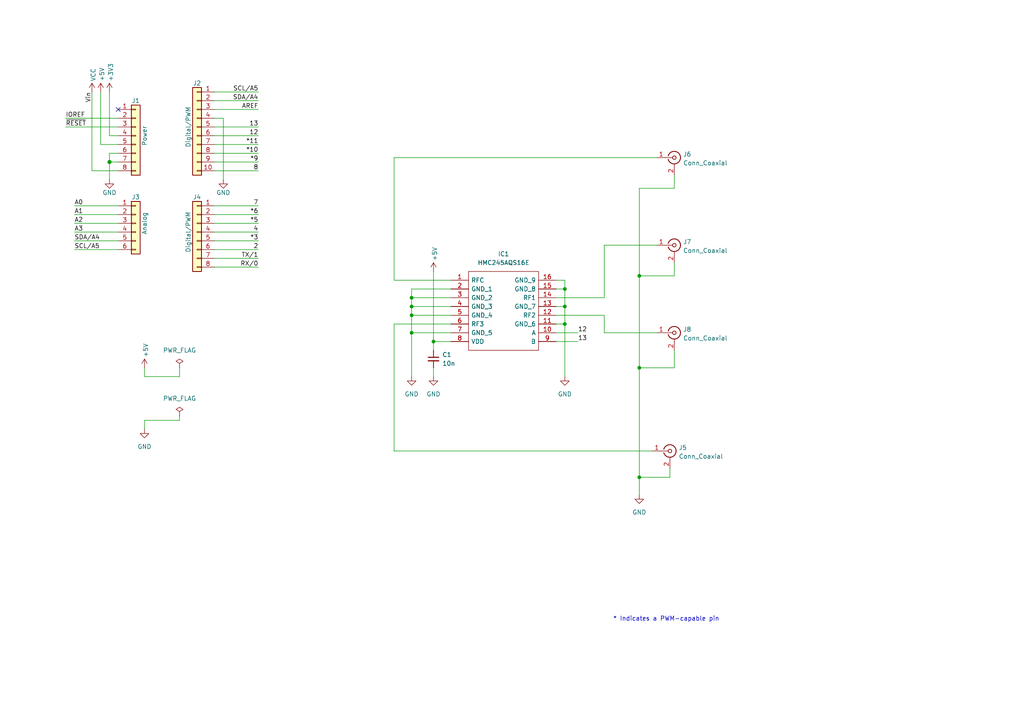
<source format=kicad_sch>
(kicad_sch (version 20211123) (generator eeschema)
  (paper "A4")
  (title_block (date "mar. 31 mars 2015"))
  (lib_symbols
    (symbol "Connector:Conn_Coaxial" (pin_names (offset 1.016) hide)
      (property "Reference" "J" (at 0.254 3.048 0))
      (property "Value" "Conn_Coaxial" (at 2.921 0 90))
      (symbol "Conn_Coaxial_0_1"
        (arc (start -1.778 -0.508) (mid 0.2311 -1.8066) (end 1.778 0) (stroke (width 0.254)))
        (polyline (pts (xy -2.54 0) (xy -0.508 0)))
        (polyline (pts (xy 0 -2.54) (xy 0 -1.778)))
        (circle (center 0 0) (radius 0.508) (stroke (width 0.2032)))
        (arc (start 1.778 0) (mid 0.2099 1.8101) (end -1.778 0.508) (stroke (width 0.254)))
      )
      (symbol "Conn_Coaxial_1_1"
        (pin passive line (at -5.08 0 0) (length 2.54) (name "In") (number "1"))
        (pin passive line (at 0 -5.08 90) (length 2.54) (name "Ext") (number "2"))
      )
    )
    (symbol "Connector_Generic:Conn_01x06" (pin_names (offset 1.016) hide)
      (property "Reference" "J" (at 0 7.62 0))
      (property "Value" "Conn_01x06" (at 0 -10.16 0))
      (symbol "Conn_01x06_1_1"
        (rectangle (start -1.27 -7.493) (end 0 -7.747) (stroke (width 0.1524)))
        (rectangle (start -1.27 -4.953) (end 0 -5.207) (stroke (width 0.1524)))
        (rectangle (start -1.27 -2.413) (end 0 -2.667) (stroke (width 0.1524)))
        (rectangle (start -1.27 0.127) (end 0 -0.127) (stroke (width 0.1524)))
        (rectangle (start -1.27 2.667) (end 0 2.413) (stroke (width 0.1524)))
        (rectangle (start -1.27 5.207) (end 0 4.953) (stroke (width 0.1524)))
        (rectangle (start -1.27 6.35) (end 1.27 -8.89) (stroke (width 0.254)) (fill (type background)))
        (pin passive line (at -5.08 5.08 0) (length 3.81) (name "Pin_1") (number "1"))
        (pin passive line (at -5.08 2.54 0) (length 3.81) (name "Pin_2") (number "2"))
        (pin passive line (at -5.08 0 0) (length 3.81) (name "Pin_3") (number "3"))
        (pin passive line (at -5.08 -2.54 0) (length 3.81) (name "Pin_4") (number "4"))
        (pin passive line (at -5.08 -5.08 0) (length 3.81) (name "Pin_5") (number "5"))
        (pin passive line (at -5.08 -7.62 0) (length 3.81) (name "Pin_6") (number "6"))
      )
    )
    (symbol "Connector_Generic:Conn_01x08" (pin_names (offset 1.016) hide)
      (property "Reference" "J" (at 0 10.16 0))
      (property "Value" "Conn_01x08" (at 0 -12.7 0))
      (symbol "Conn_01x08_1_1"
        (rectangle (start -1.27 -10.033) (end 0 -10.287) (stroke (width 0.1524)))
        (rectangle (start -1.27 -7.493) (end 0 -7.747) (stroke (width 0.1524)))
        (rectangle (start -1.27 -4.953) (end 0 -5.207) (stroke (width 0.1524)))
        (rectangle (start -1.27 -2.413) (end 0 -2.667) (stroke (width 0.1524)))
        (rectangle (start -1.27 0.127) (end 0 -0.127) (stroke (width 0.1524)))
        (rectangle (start -1.27 2.667) (end 0 2.413) (stroke (width 0.1524)))
        (rectangle (start -1.27 5.207) (end 0 4.953) (stroke (width 0.1524)))
        (rectangle (start -1.27 7.747) (end 0 7.493) (stroke (width 0.1524)))
        (rectangle (start -1.27 8.89) (end 1.27 -11.43) (stroke (width 0.254)) (fill (type background)))
        (pin passive line (at -5.08 7.62 0) (length 3.81) (name "Pin_1") (number "1"))
        (pin passive line (at -5.08 5.08 0) (length 3.81) (name "Pin_2") (number "2"))
        (pin passive line (at -5.08 2.54 0) (length 3.81) (name "Pin_3") (number "3"))
        (pin passive line (at -5.08 0 0) (length 3.81) (name "Pin_4") (number "4"))
        (pin passive line (at -5.08 -2.54 0) (length 3.81) (name "Pin_5") (number "5"))
        (pin passive line (at -5.08 -5.08 0) (length 3.81) (name "Pin_6") (number "6"))
        (pin passive line (at -5.08 -7.62 0) (length 3.81) (name "Pin_7") (number "7"))
        (pin passive line (at -5.08 -10.16 0) (length 3.81) (name "Pin_8") (number "8"))
      )
    )
    (symbol "Connector_Generic:Conn_01x10" (pin_names (offset 1.016) hide)
      (property "Reference" "J" (at 0 12.7 0))
      (property "Value" "Conn_01x10" (at 0 -15.24 0))
      (symbol "Conn_01x10_1_1"
        (rectangle (start -1.27 -12.573) (end 0 -12.827) (stroke (width 0.1524)))
        (rectangle (start -1.27 -10.033) (end 0 -10.287) (stroke (width 0.1524)))
        (rectangle (start -1.27 -7.493) (end 0 -7.747) (stroke (width 0.1524)))
        (rectangle (start -1.27 -4.953) (end 0 -5.207) (stroke (width 0.1524)))
        (rectangle (start -1.27 -2.413) (end 0 -2.667) (stroke (width 0.1524)))
        (rectangle (start -1.27 0.127) (end 0 -0.127) (stroke (width 0.1524)))
        (rectangle (start -1.27 2.667) (end 0 2.413) (stroke (width 0.1524)))
        (rectangle (start -1.27 5.207) (end 0 4.953) (stroke (width 0.1524)))
        (rectangle (start -1.27 7.747) (end 0 7.493) (stroke (width 0.1524)))
        (rectangle (start -1.27 10.287) (end 0 10.033) (stroke (width 0.1524)))
        (rectangle (start -1.27 11.43) (end 1.27 -13.97) (stroke (width 0.254)) (fill (type background)))
        (pin passive line (at -5.08 10.16 0) (length 3.81) (name "Pin_1") (number "1"))
        (pin passive line (at -5.08 -12.7 0) (length 3.81) (name "Pin_10") (number "10"))
        (pin passive line (at -5.08 7.62 0) (length 3.81) (name "Pin_2") (number "2"))
        (pin passive line (at -5.08 5.08 0) (length 3.81) (name "Pin_3") (number "3"))
        (pin passive line (at -5.08 2.54 0) (length 3.81) (name "Pin_4") (number "4"))
        (pin passive line (at -5.08 0 0) (length 3.81) (name "Pin_5") (number "5"))
        (pin passive line (at -5.08 -2.54 0) (length 3.81) (name "Pin_6") (number "6"))
        (pin passive line (at -5.08 -5.08 0) (length 3.81) (name "Pin_7") (number "7"))
        (pin passive line (at -5.08 -7.62 0) (length 3.81) (name "Pin_8") (number "8"))
        (pin passive line (at -5.08 -10.16 0) (length 3.81) (name "Pin_9") (number "9"))
      )
    )
    (symbol "Device:C_Small" (pin_numbers hide) (pin_names (offset 0.254) hide)
      (property "Reference" "C" (at 0.254 1.778 0))
      (property "Value" "C_Small" (at 0.254 -2.032 0))
      (symbol "C_Small_0_1"
        (polyline (pts (xy -1.524 -0.508) (xy 1.524 -0.508)) (stroke (width 0.3302)))
        (polyline (pts (xy -1.524 0.508) (xy 1.524 0.508)) (stroke (width 0.3048)))
      )
      (symbol "C_Small_1_1"
        (pin passive line (at 0 2.54 270) (length 2.032) (name "~") (number "1"))
        (pin passive line (at 0 -2.54 90) (length 2.032) (name "~") (number "2"))
      )
    )
    (symbol "GND_1" (power) (pin_names (offset 0))
      (property "Value" "GND_1" (at 0 -3.81 0))
      (symbol "GND_1_0_1"
        (polyline (pts (xy 0 0) (xy 0 -1.27) (xy 1.27 -1.27) (xy 0 -2.54) (xy -1.27 -1.27) (xy 0 -1.27)))
      )
      (symbol "GND_1_1_1"
        (pin power_in line (at 0 0 270) (length 0) hide (name "GND") (number "1"))
      )
    )
    (symbol "GND_2" (power) (pin_names (offset 0))
      (property "Value" "GND_2" (at 0 -3.81 0))
      (symbol "GND_2_0_1"
        (polyline (pts (xy 0 0) (xy 0 -1.27) (xy 1.27 -1.27) (xy 0 -2.54) (xy -1.27 -1.27) (xy 0 -1.27)))
      )
      (symbol "GND_2_1_1"
        (pin power_in line (at 0 0 270) (length 0) hide (name "GND") (number "1"))
      )
    )
    (symbol "GND_3" (power) (pin_names (offset 0))
      (property "Value" "GND_3" (at 0 -3.81 0))
      (symbol "GND_3_0_1"
        (polyline (pts (xy 0 0) (xy 0 -1.27) (xy 1.27 -1.27) (xy 0 -2.54) (xy -1.27 -1.27) (xy 0 -1.27)))
      )
      (symbol "GND_3_1_1"
        (pin power_in line (at 0 0 270) (length 0) hide (name "GND") (number "1"))
      )
    )
    (symbol "GND_4" (power) (pin_names (offset 0))
      (property "Value" "GND_4" (at 0 -3.81 0))
      (symbol "GND_4_0_1"
        (polyline (pts (xy 0 0) (xy 0 -1.27) (xy 1.27 -1.27) (xy 0 -2.54) (xy -1.27 -1.27) (xy 0 -1.27)))
      )
      (symbol "GND_4_1_1"
        (pin power_in line (at 0 0 270) (length 0) hide (name "GND") (number "1"))
      )
    )
    (symbol "SamacSys_Parts:HMC245AQS16E" (pin_names (offset 0.762))
      (property "Reference" "IC" (at 26.67 7.62 0))
      (property "Value" "HMC245AQS16E" (at 26.67 5.08 0))
      (symbol "HMC245AQS16E_0_0"
        (pin passive line (at 0 0 0) (length 5.08) (name "RFC") (number "1"))
        (pin passive line (at 30.48 -15.24 180) (length 5.08) (name "A") (number "10"))
        (pin passive line (at 30.48 -12.7 180) (length 5.08) (name "GND_6") (number "11"))
        (pin passive line (at 30.48 -10.16 180) (length 5.08) (name "RF2") (number "12"))
        (pin passive line (at 30.48 -7.62 180) (length 5.08) (name "GND_7") (number "13"))
        (pin passive line (at 30.48 -5.08 180) (length 5.08) (name "RF1") (number "14"))
        (pin passive line (at 30.48 -2.54 180) (length 5.08) (name "GND_8") (number "15"))
        (pin passive line (at 30.48 0 180) (length 5.08) (name "GND_9") (number "16"))
        (pin passive line (at 0 -2.54 0) (length 5.08) (name "GND_1") (number "2"))
        (pin passive line (at 0 -5.08 0) (length 5.08) (name "GND_2") (number "3"))
        (pin passive line (at 0 -7.62 0) (length 5.08) (name "GND_3") (number "4"))
        (pin passive line (at 0 -10.16 0) (length 5.08) (name "GND_4") (number "5"))
        (pin passive line (at 0 -12.7 0) (length 5.08) (name "RF3") (number "6"))
        (pin passive line (at 0 -15.24 0) (length 5.08) (name "GND_5") (number "7"))
        (pin passive line (at 0 -17.78 0) (length 5.08) (name "VDD") (number "8"))
        (pin passive line (at 30.48 -17.78 180) (length 5.08) (name "B") (number "9"))
      )
      (symbol "HMC245AQS16E_0_1"
        (polyline (pts (xy 5.08 2.54) (xy 25.4 2.54) (xy 25.4 -20.32) (xy 5.08 -20.32) (xy 5.08 2.54)) (stroke (width 0.1524)))
      )
    )
    (symbol "power:+3V3" (power) (pin_names (offset 0))
      (property "Value" "+3V3" (at 0 3.556 0))
      (symbol "+3V3_0_1"
        (polyline (pts (xy -0.762 1.27) (xy 0 2.54)))
        (polyline (pts (xy 0 0) (xy 0 2.54)))
        (polyline (pts (xy 0 2.54) (xy 0.762 1.27)))
      )
      (symbol "+3V3_1_1"
        (pin power_in line (at 0 0 90) (length 0) hide (name "+3V3") (number "1"))
      )
    )
    (symbol "power:+5V" (power) (pin_names (offset 0))
      (property "Value" "+5V" (at 0 3.556 0))
      (symbol "+5V_0_1"
        (polyline (pts (xy -0.762 1.27) (xy 0 2.54)))
        (polyline (pts (xy 0 0) (xy 0 2.54)))
        (polyline (pts (xy 0 2.54) (xy 0.762 1.27)))
      )
      (symbol "+5V_1_1"
        (pin power_in line (at 0 0 90) (length 0) hide (name "+5V") (number "1"))
      )
    )
    (symbol "power:GND" (power) (pin_names (offset 0))
      (property "Value" "GND" (at 0 -3.81 0))
      (symbol "GND_0_1"
        (polyline (pts (xy 0 0) (xy 0 -1.27) (xy 1.27 -1.27) (xy 0 -2.54) (xy -1.27 -1.27) (xy 0 -1.27)))
      )
      (symbol "GND_1_1"
        (pin power_in line (at 0 0 270) (length 0) hide (name "GND") (number "1"))
      )
    )
    (symbol "power:PWR_FLAG" (power) (pin_numbers hide) (pin_names (offset 0) hide)
      (property "Value" "PWR_FLAG" (at 0 3.81 0))
      (symbol "PWR_FLAG_0_0"
        (pin power_out line (at 0 0 90) (length 0) (name "pwr") (number "1"))
      )
      (symbol "PWR_FLAG_0_1"
        (polyline (pts (xy 0 0) (xy 0 1.27) (xy -1.016 1.905) (xy 0 2.54) (xy 1.016 1.905) (xy 0 1.27)))
      )
    )
    (symbol "power:VCC" (power) (pin_names (offset 0))
      (property "Value" "VCC" (at 0 3.81 0))
      (symbol "VCC_0_1"
        (polyline (pts (xy -0.762 1.27) (xy 0 2.54)))
        (polyline (pts (xy 0 0) (xy 0 2.54)))
        (polyline (pts (xy 0 2.54) (xy 0.762 1.27)))
      )
      (symbol "VCC_1_1"
        (pin power_in line (at 0 0 90) (length 0) hide (name "VCC") (number "1"))
      )
    )
  )
  (junction (at 163.83 83.82))
  (junction (at 119.38 96.52))
  (junction (at 185.42 80.01))
  (junction (at 185.42 106.68))
  (junction (at 31.75 46.99) (diameter 1.016))
  (junction (at 119.38 86.36))
  (junction (at 185.42 138.43))
  (junction (at 119.38 91.44))
  (junction (at 163.83 93.98))
  (junction (at 163.83 88.9))
  (junction (at 119.38 88.9))
  (junction (at 125.73 99.06))
  (no_connect (at 34.29 31.75))
  (wire (pts (xy 62.23 77.47) (xy 74.93 77.47)))
  (wire (pts (xy 114.3 45.72) (xy 190.5 45.72)))
  (wire (pts (xy 130.81 93.98) (xy 114.3 93.98)))
  (wire (pts (xy 62.23 44.45) (xy 74.93 44.45)))
  (wire (pts (xy 62.23 26.67) (xy 74.93 26.67)))
  (wire (pts (xy 161.29 86.36) (xy 175.26 86.36)))
  (wire (pts (xy 125.73 106.68) (xy 125.73 109.22)))
  (wire (pts (xy 175.26 91.44) (xy 175.26 96.52)))
  (wire (pts (xy 130.81 86.36) (xy 119.38 86.36)))
  (wire (pts (xy 31.75 44.45) (xy 31.75 46.99)))
  (wire (pts (xy 21.59 72.39) (xy 34.29 72.39)))
  (wire (pts (xy 41.91 106.68) (xy 41.91 109.22)))
  (wire (pts (xy 114.3 130.81) (xy 189.23 130.81)))
  (wire (pts (xy 52.07 121.92) (xy 52.07 120.65)))
  (wire (pts (xy 125.73 78.74) (xy 125.73 99.06)))
  (wire (pts (xy 185.42 138.43) (xy 185.42 143.51)))
  (wire (pts (xy 31.75 46.99) (xy 31.75 52.07)))
  (wire (pts (xy 31.75 39.37) (xy 34.29 39.37)))
  (wire (pts (xy 29.21 41.91) (xy 34.29 41.91)))
  (wire (pts (xy 29.21 26.67) (xy 29.21 41.91)))
  (wire (pts (xy 125.73 99.06) (xy 125.73 101.6)))
  (wire (pts (xy 62.23 36.83) (xy 74.93 36.83)))
  (wire (pts (xy 31.75 26.67) (xy 31.75 39.37)))
  (wire (pts (xy 62.23 59.69) (xy 74.93 59.69)))
  (wire (pts (xy 34.29 59.69) (xy 21.59 59.69)))
  (wire (pts (xy 62.23 39.37) (xy 74.93 39.37)))
  (wire (pts (xy 62.23 62.23) (xy 74.93 62.23)))
  (wire (pts (xy 119.38 83.82) (xy 119.38 86.36)))
  (wire (pts (xy 175.26 96.52) (xy 190.5 96.52)))
  (wire (pts (xy 130.81 81.28) (xy 114.3 81.28)))
  (wire (pts (xy 130.81 96.52) (xy 119.38 96.52)))
  (wire (pts (xy 161.29 99.06) (xy 167.64 99.06)))
  (wire (pts (xy 195.58 106.68) (xy 185.42 106.68)))
  (wire (pts (xy 185.42 54.61) (xy 185.42 80.01)))
  (wire (pts (xy 185.42 106.68) (xy 185.42 138.43)))
  (wire (pts (xy 62.23 46.99) (xy 74.93 46.99)))
  (wire (pts (xy 62.23 67.31) (xy 74.93 67.31)))
  (wire (pts (xy 119.38 86.36) (xy 119.38 88.9)))
  (wire (pts (xy 114.3 93.98) (xy 114.3 130.81)))
  (wire (pts (xy 161.29 93.98) (xy 163.83 93.98)))
  (wire (pts (xy 19.05 34.29) (xy 34.29 34.29)))
  (wire (pts (xy 175.26 86.36) (xy 175.26 71.12)))
  (wire (pts (xy 195.58 54.61) (xy 185.42 54.61)))
  (wire (pts (xy 163.83 83.82) (xy 163.83 88.9)))
  (wire (pts (xy 64.77 34.29) (xy 64.77 52.07)))
  (wire (pts (xy 195.58 80.01) (xy 185.42 80.01)))
  (wire (pts (xy 62.23 31.75) (xy 74.93 31.75)))
  (wire (pts (xy 163.83 81.28) (xy 163.83 83.82)))
  (wire (pts (xy 41.91 109.22) (xy 52.07 109.22)))
  (wire (pts (xy 41.91 124.46) (xy 41.91 121.92)))
  (wire (pts (xy 34.29 64.77) (xy 21.59 64.77)))
  (wire (pts (xy 19.05 36.83) (xy 34.29 36.83)))
  (wire (pts (xy 34.29 46.99) (xy 31.75 46.99)))
  (wire (pts (xy 195.58 101.6) (xy 195.58 106.68)))
  (wire (pts (xy 119.38 88.9) (xy 119.38 91.44)))
  (wire (pts (xy 185.42 80.01) (xy 185.42 106.68)))
  (wire (pts (xy 130.81 99.06) (xy 125.73 99.06)))
  (wire (pts (xy 34.29 49.53) (xy 26.67 49.53)))
  (wire (pts (xy 21.59 62.23) (xy 34.29 62.23)))
  (wire (pts (xy 119.38 96.52) (xy 119.38 109.22)))
  (wire (pts (xy 161.29 88.9) (xy 163.83 88.9)))
  (wire (pts (xy 175.26 71.12) (xy 190.5 71.12)))
  (wire (pts (xy 130.81 88.9) (xy 119.38 88.9)))
  (wire (pts (xy 130.81 91.44) (xy 119.38 91.44)))
  (wire (pts (xy 195.58 50.8) (xy 195.58 54.61)))
  (wire (pts (xy 62.23 34.29) (xy 64.77 34.29)))
  (wire (pts (xy 34.29 44.45) (xy 31.75 44.45)))
  (wire (pts (xy 41.91 121.92) (xy 52.07 121.92)))
  (wire (pts (xy 62.23 41.91) (xy 74.93 41.91)))
  (wire (pts (xy 161.29 96.52) (xy 167.64 96.52)))
  (wire (pts (xy 119.38 91.44) (xy 119.38 96.52)))
  (wire (pts (xy 62.23 64.77) (xy 74.93 64.77)))
  (wire (pts (xy 194.31 135.89) (xy 194.31 138.43)))
  (wire (pts (xy 21.59 67.31) (xy 34.29 67.31)))
  (wire (pts (xy 195.58 76.2) (xy 195.58 80.01)))
  (wire (pts (xy 52.07 109.22) (xy 52.07 106.68)))
  (wire (pts (xy 161.29 83.82) (xy 163.83 83.82)))
  (wire (pts (xy 163.83 93.98) (xy 163.83 109.22)))
  (wire (pts (xy 161.29 81.28) (xy 163.83 81.28)))
  (wire (pts (xy 130.81 83.82) (xy 119.38 83.82)))
  (wire (pts (xy 114.3 81.28) (xy 114.3 45.72)))
  (wire (pts (xy 62.23 29.21) (xy 74.93 29.21)))
  (wire (pts (xy 62.23 72.39) (xy 74.93 72.39)))
  (wire (pts (xy 163.83 88.9) (xy 163.83 93.98)))
  (wire (pts (xy 62.23 69.85) (xy 74.93 69.85)))
  (wire (pts (xy 62.23 74.93) (xy 74.93 74.93)))
  (wire (pts (xy 26.67 49.53) (xy 26.67 26.67)))
  (wire (pts (xy 34.29 69.85) (xy 21.59 69.85)))
  (wire (pts (xy 161.29 91.44) (xy 175.26 91.44)))
  (wire (pts (xy 194.31 138.43) (xy 185.42 138.43)))
  (wire (pts (xy 62.23 49.53) (xy 74.93 49.53)))
  (text "* Indicates a PWM-capable pin" (at 177.8 180.34 0) (effects (font (size 1.27 1.27)) (justify left bottom)))
  (label "RX{slash}0" (at 74.93 77.47 180))
  (label "A2" (at 21.59 64.77 0))
  (label "4" (at 74.93 67.31 180))
  (label "2" (at 74.93 72.39 180))
  (label "A3" (at 21.59 67.31 0))
  (label "13" (at 74.93 36.83 180))
  (label "12" (at 74.93 39.37 180))
  (label "~{RESET}" (at 19.05 36.83 0))
  (label "*10" (at 74.93 44.45 180))
  (label "7" (at 74.93 59.69 180))
  (label "SDA{slash}A4" (at 74.93 29.21 180))
  (label "8" (at 74.93 49.53 180))
  (label "*11" (at 74.93 41.91 180))
  (label "*3" (at 74.93 69.85 180))
  (label "13" (at 167.64 99.06 0))
  (label "A1" (at 21.59 62.23 0))
  (label "TX{slash}1" (at 74.93 74.93 180))
  (label "12" (at 167.64 96.52 0))
  (label "A0" (at 21.59 59.69 0))
  (label "AREF" (at 74.93 31.75 180))
  (label "Vin" (at 26.67 26.67 270))
  (label "*6" (at 74.93 62.23 180))
  (label "SCL{slash}A5" (at 74.93 26.67 180))
  (label "*9" (at 74.93 46.99 180))
  (label "*5" (at 74.93 64.77 180))
  (label "IOREF" (at 19.05 34.29 0))
  (label "SDA{slash}A4" (at 21.59 69.85 0))
  (label "SCL{slash}A5" (at 21.59 72.39 0))
  (symbol (lib_id "Connector_Generic:Conn_01x08") (at 39.37 39.37 0) (unit 1)
    (property "Reference" "J1" (at 39.37 29.21 0))
    (property "Value" "Power" (at 41.91 39.37 90))
    (property "Footprint" "Connector_PinSocket_2.54mm:PinSocket_1x08_P2.54mm_Vertical" (effects hide))
  )
  (symbol (lib_id "power:+3V3") (at 31.75 26.67 0) (unit 1)
    (property "Reference" "#PWR03" (effects hide))
    (property "Value" "+3.3V" (at 32.131 23.622 90) (effects (justify left)))
  )
  (symbol (lib_id "power:+5V") (at 29.21 26.67 0) (unit 1)
    (property "Reference" "#PWR02" (effects hide))
    (property "Value" "+5V" (at 29.5656 23.622 90) (effects (justify left)))
  )
  (symbol (lib_id "power:GND") (at 31.75 52.07 0) (unit 1)
    (property "Reference" "#PWR04" (effects hide))
    (property "Value" "GND" (at 31.75 55.88 0))
  )
  (symbol (lib_id "Connector_Generic:Conn_01x10") (at 57.15 36.83 0) (mirror y) (unit 1)
    (property "Reference" "J2" (at 57.15 24.13 0))
    (property "Value" "Digital/PWM" (at 54.61 36.83 90))
    (property "Footprint" "Connector_PinSocket_2.54mm:PinSocket_1x10_P2.54mm_Vertical" (effects hide))
  )
  (symbol (lib_id "power:GND") (at 64.77 52.07 0) (unit 1)
    (property "Reference" "#PWR05" (effects hide))
    (property "Value" "GND" (at 64.77 55.88 0))
  )
  (symbol (lib_id "Connector_Generic:Conn_01x06") (at 39.37 64.77 0) (unit 1)
    (property "Reference" "J3" (at 39.37 57.15 0))
    (property "Value" "Analog" (at 41.91 64.77 90))
    (property "Footprint" "Connector_PinSocket_2.54mm:PinSocket_1x06_P2.54mm_Vertical" (effects hide))
  )
  (symbol (lib_id "Connector_Generic:Conn_01x08") (at 57.15 67.31 0) (mirror y) (unit 1)
    (property "Reference" "J4" (at 57.15 57.15 0))
    (property "Value" "Digital/PWM" (at 54.61 67.31 90))
    (property "Footprint" "Connector_PinSocket_2.54mm:PinSocket_1x08_P2.54mm_Vertical" (effects hide))
  )
  (symbol (lib_id "SamacSys_Parts:HMC245AQS16E") (at 130.81 81.28 0) (unit 1)
    (property "Reference" "IC1" (at 146.05 73.66 0))
    (property "Value" "HMC245AQS16E" (at 146.05 76.2 0))
    (property "Footprint" "SamacSys_Parts:SOP64P600X175-16N" (effects hide))
    (property "Datasheet" "https://www.analog.com/media/en/technical-documentation/data-sheets/hmc245a.pdf" (effects hide))
    (property "Description" "IC RF SWITCH SP3T 3.5GHZ 16QSOP" (effects hide))
    (property "Height" "1.75" (effects hide))
    (property "Mouser Part Number" "584-HMC245AQS16E" (effects hide))
    (property "Mouser Price/Stock" "https://www.mouser.co.uk/ProductDetail/Analog-Devices/HMC245AQS16E?qs=UfUFg%2FkmHHFHgiWemv9hcQ%3D%3D" (effects hide))
    (property "Manufacturer_Name" "Analog Devices" (effects hide))
    (property "Manufacturer_Part_Number" "HMC245AQS16E" (effects hide))
  )
  (symbol (lib_id "Connector:Conn_Coaxial") (at 195.58 45.72 0) (unit 1)
    (property "Reference" "J6" (at 198.12 44.7431 0) (effects (justify left)))
    (property "Value" "Conn_Coaxial" (at 198.12 47.2831 0) (effects (justify left)))
    (property "Footprint" "Connector_Coaxial:SMA_Amphenol_901-144_Vertical" (effects hide))
    (property "Datasheet" " ~" (effects hide))
  )
  (symbol (lib_name "GND_2") (lib_id "power:GND") (at 41.91 124.46 0) (unit 1)
    (property "Reference" "#PWR012" (effects hide))
    (property "Value" "GND" (at 41.91 129.54 0))
  )
  (symbol (lib_id "Connector:Conn_Coaxial") (at 194.31 130.81 0) (unit 1)
    (property "Reference" "J5" (at 196.85 129.8331 0) (effects (justify left)))
    (property "Value" "Conn_Coaxial" (at 196.85 132.3731 0) (effects (justify left)))
    (property "Footprint" "Connector_Coaxial:SMA_Amphenol_901-144_Vertical" (effects hide))
    (property "Datasheet" " ~" (effects hide))
  )
  (symbol (lib_id "power:+5V") (at 41.91 106.68 0) (unit 1)
    (property "Reference" "#PWR011" (effects hide))
    (property "Value" "+5V" (at 42.2656 103.632 90) (effects (justify left)))
  )
  (symbol (lib_id "power:PWR_FLAG") (at 52.07 106.68 0) (unit 1)
    (property "Reference" "#FLG01" (effects hide))
    (property "Value" "PWR_FLAG" (at 52.07 101.6 0))
  )
  (symbol (lib_name "GND_3") (lib_id "power:GND") (at 163.83 109.22 0) (unit 1)
    (property "Reference" "#PWR09" (effects hide))
    (property "Value" "GND" (at 163.83 114.3 0))
  )
  (symbol (lib_id "Connector:Conn_Coaxial") (at 195.58 71.12 0) (unit 1)
    (property "Reference" "J7" (at 198.12 70.1431 0) (effects (justify left)))
    (property "Value" "Conn_Coaxial" (at 198.12 72.6831 0) (effects (justify left)))
    (property "Footprint" "Connector_Coaxial:SMA_Amphenol_901-144_Vertical" (effects hide))
    (property "Datasheet" " ~" (effects hide))
  )
  (symbol (lib_id "power:VCC") (at 26.67 26.67 0) (unit 1)
    (property "Reference" "#PWR01" (effects hide))
    (property "Value" "VCC" (at 27.051 23.622 90) (effects (justify left)))
  )
  (symbol (lib_id "power:PWR_FLAG") (at 52.07 120.65 0) (unit 1)
    (property "Reference" "#FLG02" (effects hide))
    (property "Value" "PWR_FLAG" (at 52.07 115.57 0))
  )
  (symbol (lib_id "power:+5V") (at 125.73 78.74 0) (unit 1)
    (property "Reference" "#PWR07" (effects hide))
    (property "Value" "+5V" (at 126.0856 75.692 90) (effects (justify left)))
  )
  (symbol (lib_name "GND_1") (lib_id "power:GND") (at 125.73 109.22 0) (unit 1)
    (property "Reference" "#PWR08" (effects hide))
    (property "Value" "GND" (at 125.73 114.3 0))
  )
  (symbol (lib_id "Connector:Conn_Coaxial") (at 195.58 96.52 0) (unit 1)
    (property "Reference" "J8" (at 198.12 95.5431 0) (effects (justify left)))
    (property "Value" "Conn_Coaxial" (at 198.12 98.0831 0) (effects (justify left)))
    (property "Footprint" "Connector_Coaxial:SMA_Amphenol_901-144_Vertical" (effects hide))
    (property "Datasheet" " ~" (effects hide))
  )
  (symbol (lib_id "Device:C_Small") (at 125.73 104.14 0) (unit 1)
    (property "Reference" "C1" (at 128.27 102.8762 0) (effects (justify left)))
    (property "Value" "10n" (at 128.27 105.4162 0) (effects (justify left)))
    (property "Footprint" "Capacitor_SMD:C_0805_2012Metric_Pad1.18x1.45mm_HandSolder" (effects hide))
  )
  (symbol (lib_name "GND_4") (lib_id "power:GND") (at 185.42 143.51 0) (unit 1)
    (property "Reference" "#PWR010" (effects hide))
    (property "Value" "GND" (at 185.42 148.59 0))
  )
  (symbol (lib_name "GND_2") (lib_id "power:GND") (at 119.38 109.22 0) (unit 1)
    (property "Reference" "#PWR06" (effects hide))
    (property "Value" "GND" (at 119.38 114.3 0))
  )
)
</source>
